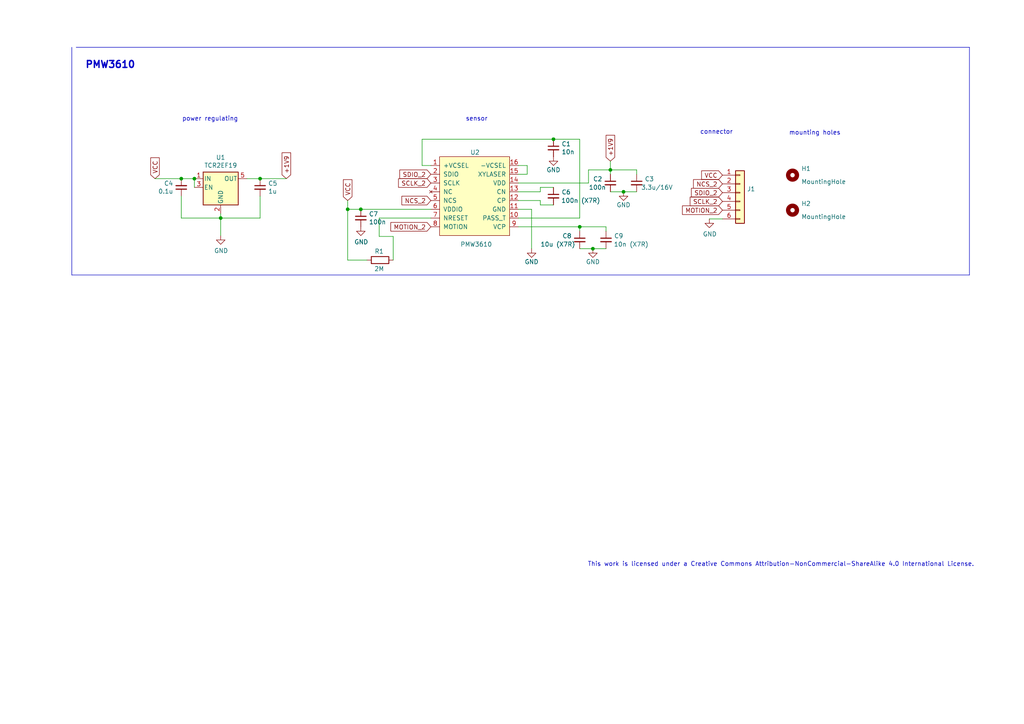
<source format=kicad_sch>
(kicad_sch (version 20230121) (generator eeschema)
  (paper "A4")
  (title_block (company "bastard keyboards") (comment 4 "Copyright Quentin Lebastard"))
  (lib_symbols
    (symbol "Connector_Generic:Conn_01x06" (pin_names (offset 1.016) hide)
      (property "Reference" "J" (at 0 7.62 0))
      (property "Value" "Conn_01x06" (at 0 -10.16 0))
      (symbol "Conn_01x06_1_1"
        (rectangle (start -1.27 -7.493) (end 0 -7.747) (stroke (width 0.1524)))
        (rectangle (start -1.27 -4.953) (end 0 -5.207) (stroke (width 0.1524)))
        (rectangle (start -1.27 -2.413) (end 0 -2.667) (stroke (width 0.1524)))
        (rectangle (start -1.27 0.127) (end 0 -0.127) (stroke (width 0.1524)))
        (rectangle (start -1.27 2.667) (end 0 2.413) (stroke (width 0.1524)))
        (rectangle (start -1.27 5.207) (end 0 4.953) (stroke (width 0.1524)))
        (rectangle (start -1.27 6.35) (end 1.27 -8.89) (stroke (width 0.254)) (fill (type background)))
        (pin passive line (at -5.08 5.08 0) (length 3.81) (name "Pin_1") (number "1"))
        (pin passive line (at -5.08 2.54 0) (length 3.81) (name "Pin_2") (number "2"))
        (pin passive line (at -5.08 0 0) (length 3.81) (name "Pin_3") (number "3"))
        (pin passive line (at -5.08 -2.54 0) (length 3.81) (name "Pin_4") (number "4"))
        (pin passive line (at -5.08 -5.08 0) (length 3.81) (name "Pin_5") (number "5"))
        (pin passive line (at -5.08 -7.62 0) (length 3.81) (name "Pin_6") (number "6"))
      )
    )
    (symbol "Device:C_Small" (pin_numbers hide) (pin_names (offset 0.254) hide)
      (property "Reference" "C" (at 0.254 1.778 0))
      (property "Value" "C_Small" (at 0.254 -2.032 0))
      (symbol "C_Small_0_1"
        (polyline (pts (xy -1.524 -0.508) (xy 1.524 -0.508)) (stroke (width 0.3302)))
        (polyline (pts (xy -1.524 0.508) (xy 1.524 0.508)) (stroke (width 0.3048)))
      )
      (symbol "C_Small_1_1"
        (pin passive line (at 0 2.54 270) (length 2.032) (name "~") (number "1"))
        (pin passive line (at 0 -2.54 90) (length 2.032) (name "~") (number "2"))
      )
    )
    (symbol "Device:R" (pin_numbers hide) (pin_names (offset 0))
      (property "Reference" "R" (at 2.032 0 90))
      (property "Value" "R" (at 0 0 90))
      (symbol "R_0_1"
        (rectangle (start -1.016 -2.54) (end 1.016 2.54) (stroke (width 0.254)))
      )
      (symbol "R_1_1"
        (pin passive line (at 0 3.81 270) (length 1.27) (name "~") (number "1"))
        (pin passive line (at 0 -3.81 90) (length 1.27) (name "~") (number "2"))
      )
    )
    (symbol "Mechanical:MountingHole" (pin_names (offset 1.016))
      (property "Reference" "H" (at 0 5.08 0))
      (property "Value" "MountingHole" (at 0 3.175 0))
      (symbol "MountingHole_0_1"
        (circle (center 0 0) (radius 1.27) (stroke (width 1.27)))
      )
    )
    (symbol "Regulator_Linear:TLV70218_SOT23-5" (pin_names (offset 0.254))
      (property "Reference" "U" (at -3.81 5.715 0))
      (property "Value" "TLV70218_SOT23-5" (at 0 5.715 0))
      (symbol "TLV70218_SOT23-5_0_1"
        (rectangle (start -5.08 4.445) (end 5.08 -5.08) (stroke (width 0.254)) (fill (type background)))
      )
      (symbol "TLV70218_SOT23-5_1_1"
        (pin power_in line (at -7.62 2.54 0) (length 2.54) (name "IN") (number "1"))
        (pin power_in line (at 0 -7.62 90) (length 2.54) (name "GND") (number "2"))
        (pin input line (at -7.62 0 0) (length 2.54) (name "EN") (number "3"))
        (pin no_connect line (at 5.08 0 180) (length 2.54) hide (name "NC") (number "4"))
        (pin power_out line (at 7.62 2.54 180) (length 2.54) (name "OUT") (number "5"))
      )
    )
    (symbol "mysymbol:PMW3610" (pin_names (offset 1.016))
      (property "Reference" "U?" (at -1.27 17.78 0))
      (property "Value" "PMW3610" (at 10.16 -12.7 0))
      (symbol "PMW3610_0_0"
        (pin input line (at -12.7 10.16 0) (length 2.54) (name "+VCSEL") (number "1"))
        (pin unspecified line (at 12.7 -5.08 180) (length 2.54) (name "PASS_T") (number "10"))
        (pin input line (at 12.7 -2.54 180) (length 2.54) (name "GND") (number "11"))
        (pin unspecified line (at 12.7 0 180) (length 2.54) (name "CP") (number "12"))
        (pin unspecified line (at 12.7 2.54 180) (length 2.54) (name "CN") (number "13"))
        (pin power_in line (at 12.7 5.08 180) (length 2.54) (name "VDD") (number "14"))
        (pin input line (at 12.7 7.62 180) (length 2.54) (name "XYLASER") (number "15"))
        (pin unspecified line (at 12.7 10.16 180) (length 2.54) (name "-VCSEL") (number "16"))
        (pin bidirectional line (at -12.7 7.62 0) (length 2.54) (name "SDIO") (number "2"))
        (pin input line (at -12.7 5.08 0) (length 2.54) (name "SCLK") (number "3"))
        (pin no_connect line (at -12.7 2.54 0) (length 2.54) (name "NC") (number "4"))
        (pin input line (at -12.7 0 0) (length 2.54) (name "NCS") (number "5"))
        (pin input line (at -12.7 -2.54 0) (length 2.54) (name "VDDIO") (number "6"))
        (pin input line (at -12.7 -5.08 0) (length 2.54) (name "NRESET") (number "7"))
        (pin output line (at -12.7 -7.62 0) (length 2.54) (name "MOTION") (number "8"))
        (pin unspecified line (at 12.7 -7.62 180) (length 2.54) (name "VCP") (number "9"))
      )
      (symbol "PMW3610_0_1"
        (rectangle (start -10.16 12.7) (end 10.16 -10.16) (fill (type background)))
      )
    )
    (symbol "power:GND" (power) (pin_names (offset 0))
      (property "Value" "GND" (at 0 -3.81 0))
      (symbol "GND_0_1"
        (polyline (pts (xy 0 0) (xy 0 -1.27) (xy 1.27 -1.27) (xy 0 -2.54) (xy -1.27 -1.27) (xy 0 -1.27)))
      )
      (symbol "GND_1_1"
        (pin power_in line (at 0 0 270) (length 0) hide (name "GND") (number "1"))
      )
    )
  )
  (junction (at 64.008 63.246))
  (junction (at 100.838 60.706))
  (junction (at 168.148 65.786))
  (junction (at 52.578 51.816))
  (junction (at 171.958 72.136))
  (junction (at 177.038 49.276))
  (junction (at 56.388 51.816))
  (junction (at 180.848 55.626))
  (junction (at 104.648 60.706))
  (junction (at 160.528 40.386))
  (junction (at 75.438 51.816))
  (wire (pts (xy 156.718 58.166) (xy 156.718 59.436)))
  (wire (pts (xy 150.368 63.246) (xy 168.148 63.246)))
  (wire (pts (xy 150.368 65.786) (xy 168.148 65.786)))
  (wire (pts (xy 177.038 55.626) (xy 180.848 55.626)))
  (wire (pts (xy 209.55 63.5) (xy 205.74 63.5)))
  (wire (pts (xy 177.038 46.736) (xy 177.038 49.276)))
  (wire (pts (xy 168.148 65.786) (xy 168.148 67.056)))
  (wire (pts (xy 106.426 75.438) (xy 100.838 75.438)))
  (wire (pts (xy 168.148 65.786) (xy 175.768 65.786)))
  (wire (pts (xy 150.368 53.086) (xy 170.688 53.086)))
  (polyline (pts (xy 20.828 13.716) (xy 20.828 79.756)))
  (wire (pts (xy 168.148 72.136) (xy 171.958 72.136)))
  (wire (pts (xy 180.848 55.626) (xy 184.658 55.626)))
  (wire (pts (xy 170.688 53.086) (xy 170.688 49.276)))
  (wire (pts (xy 100.838 60.706) (xy 100.838 75.438)))
  (wire (pts (xy 75.438 63.246) (xy 64.008 63.246)))
  (wire (pts (xy 122.428 48.006) (xy 124.968 48.006)))
  (wire (pts (xy 52.578 51.816) (xy 56.388 51.816)))
  (wire (pts (xy 175.768 65.786) (xy 175.768 67.056)))
  (wire (pts (xy 171.958 72.136) (xy 175.768 72.136)))
  (wire (pts (xy 64.008 61.976) (xy 64.008 63.246)))
  (wire (pts (xy 109.982 63.246) (xy 124.968 63.246)))
  (wire (pts (xy 52.578 56.896) (xy 52.578 63.246)))
  (polyline (pts (xy 22.098 13.716) (xy 281.178 13.716)))
  (wire (pts (xy 150.368 48.006) (xy 152.908 48.006)))
  (wire (pts (xy 56.388 54.356) (xy 56.388 51.816)))
  (wire (pts (xy 160.528 40.386) (xy 122.428 40.386)))
  (wire (pts (xy 114.046 68.58) (xy 109.982 68.58)))
  (wire (pts (xy 156.718 59.436) (xy 160.528 59.436)))
  (wire (pts (xy 52.578 63.246) (xy 64.008 63.246)))
  (wire (pts (xy 100.838 58.166) (xy 100.838 60.706)))
  (wire (pts (xy 71.628 51.816) (xy 75.438 51.816)))
  (wire (pts (xy 156.718 55.626) (xy 156.718 54.356)))
  (wire (pts (xy 150.368 50.546) (xy 152.908 50.546)))
  (polyline (pts (xy 281.178 13.716) (xy 281.178 79.756)))
  (wire (pts (xy 150.368 60.706) (xy 154.178 60.706)))
  (wire (pts (xy 177.038 49.276) (xy 184.658 49.276)))
  (wire (pts (xy 64.008 63.246) (xy 64.008 68.326)))
  (wire (pts (xy 168.148 40.386) (xy 160.528 40.386)))
  (wire (pts (xy 104.648 60.706) (xy 124.968 60.706)))
  (wire (pts (xy 156.718 54.356) (xy 160.528 54.356)))
  (wire (pts (xy 177.038 49.276) (xy 177.038 50.546)))
  (wire (pts (xy 109.982 68.58) (xy 109.982 63.246)))
  (polyline (pts (xy 281.178 79.756) (xy 20.828 79.756)))
  (wire (pts (xy 122.428 40.386) (xy 122.428 48.006)))
  (wire (pts (xy 150.368 58.166) (xy 156.718 58.166)))
  (wire (pts (xy 170.688 49.276) (xy 177.038 49.276)))
  (wire (pts (xy 152.908 48.006) (xy 152.908 50.546)))
  (wire (pts (xy 154.178 60.706) (xy 154.178 72.136)))
  (wire (pts (xy 75.438 56.896) (xy 75.438 63.246)))
  (wire (pts (xy 150.368 55.626) (xy 156.718 55.626)))
  (wire (pts (xy 100.838 60.706) (xy 104.648 60.706)))
  (wire (pts (xy 83.058 51.816) (xy 75.438 51.816)))
  (wire (pts (xy 44.958 51.816) (xy 52.578 51.816)))
  (wire (pts (xy 168.148 63.246) (xy 168.148 40.386)))
  (wire (pts (xy 114.046 68.58) (xy 114.046 75.438)))
  (wire (pts (xy 184.658 49.276) (xy 184.658 50.546)))
  (text "This work is licensed under a Creative Commons Attribution-NonCommercial-ShareAlike 4.0 International License." (at 282.575 164.465 0) (effects (font (size 1.27 1.27)) (justify right bottom)))
  (text "sensor" (at 141.478 35.306 0) (effects (font (size 1.27 1.27)) (justify right bottom)))
  (text "PMW3610" (at 24.638 20.066 0) (effects (font (size 2 2) (thickness 0.4) bold) (justify left bottom)))
  (text "power regulating" (at 69.088 35.306 0) (effects (font (size 1.27 1.27)) (justify right bottom)))
  (text "mounting holes" (at 243.84 39.37 0) (effects (font (size 1.27 1.27)) (justify right bottom)))
  (text "connector" (at 212.598 39.116 0) (effects (font (size 1.27 1.27)) (justify right bottom)))
  (global_label "SCLK_2" (shape input) (at 124.968 53.086 180) (property "Intersheetrefs" "${INTERSHEET_REFS}" (effects hide)))
  (global_label "VCC" (shape input) (at 209.55 50.8 180) (property "Intersheetrefs" "${INTERSHEET_REFS}" (effects hide)))
  (global_label "+1V9" (shape input) (at 83.058 51.816 90) (property "Intersheetrefs" "${INTERSHEET_REFS}" (effects hide)))
  (global_label "SDIO_2" (shape input) (at 209.55 55.88 180) (property "Intersheetrefs" "${INTERSHEET_REFS}" (effects hide)))
  (global_label "SDIO_2" (shape input) (at 124.968 50.546 180) (property "Intersheetrefs" "${INTERSHEET_REFS}" (effects hide)))
  (global_label "MOTION_2" (shape input) (at 209.55 60.96 180) (property "Intersheetrefs" "${INTERSHEET_REFS}" (effects hide)))
  (global_label "VCC" (shape input) (at 100.838 58.166 90) (property "Intersheetrefs" "${INTERSHEET_REFS}" (effects hide)))
  (global_label "MOTION_2" (shape input) (at 124.968 65.786 180) (property "Intersheetrefs" "${INTERSHEET_REFS}" (effects hide)))
  (global_label "VCC" (shape input) (at 44.958 51.816 90) (property "Intersheetrefs" "${INTERSHEET_REFS}" (effects hide)))
  (global_label "SCLK_2" (shape input) (at 209.55 58.42 180) (property "Intersheetrefs" "${INTERSHEET_REFS}" (effects hide)))
  (global_label "NCS_2" (shape input) (at 124.968 58.166 180) (property "Intersheetrefs" "${INTERSHEET_REFS}" (effects hide)))
  (global_label "NCS_2" (shape input) (at 209.55 53.34 180) (property "Intersheetrefs" "${INTERSHEET_REFS}" (effects hide)))
  (global_label "+1V9" (shape input) (at 177.038 46.736 90) (property "Intersheetrefs" "${INTERSHEET_REFS}" (effects hide)))
  (symbol (lib_id "Device:C_Small") (at 104.648 63.246 0) (unit 1)
    (property "Reference" "C7" (at 106.9848 62.0776 0) (effects (justify left)))
    (property "Value" "100n" (at 106.9848 64.389 0) (effects (justify left)))
    (property "Footprint" "Capacitor_SMD:C_0603_1608Metric" (effects hide))
    (property "LCSC" "C19666" (effects hide))
  )
  (symbol (lib_id "Mechanical:MountingHole") (at 229.87 60.96 0) (unit 1)
    (property "Reference" "H2" (at 232.41 59.055 0) (effects (justify left)))
    (property "Value" "MountingHole" (at 232.41 62.865 0) (effects (justify left)))
    (property "Footprint" "MountingHole:MountingHole_3.2mm_M3_ISO7380_Pad" (effects hide))
  )
  (symbol (lib_id "power:GND") (at 104.648 65.786 0) (unit 1)
    (property "Reference" "#PWR0103" (effects hide))
    (property "Value" "GND" (at 104.775 70.1802 0))
  )
  (symbol (lib_id "power:GND") (at 205.74 63.5 0) (unit 1)
    (property "Reference" "#PWR01" (effects hide))
    (property "Value" "GND" (at 205.867 67.8942 0))
  )
  (symbol (lib_id "power:GND") (at 180.848 55.626 0) (unit 1)
    (property "Reference" "#PWR0101" (effects hide))
    (property "Value" "GND" (at 180.848 59.436 0))
  )
  (symbol (lib_id "Device:C_Small") (at 75.438 54.356 0) (unit 1)
    (property "Reference" "C5" (at 77.7748 53.1876 0) (effects (justify left)))
    (property "Value" "1u" (at 77.7748 55.499 0) (effects (justify left)))
    (property "Footprint" "Capacitor_SMD:C_0603_1608Metric" (effects hide))
    (property "LCSC" "C15849" (effects hide))
  )
  (symbol (lib_id "Device:C_Small") (at 160.528 56.896 0) (unit 1)
    (property "Reference" "C6" (at 162.8648 55.7276 0) (effects (justify left)))
    (property "Value" " 100n (X7R)" (at 161.798 58.166 0) (effects (justify left)))
    (property "Footprint" "Capacitor_SMD:C_0603_1608Metric" (effects hide))
    (property "LCSC" "C19666" (effects hide))
  )
  (symbol (lib_id "mysymbol:PMW3610") (at 137.668 58.166 0) (unit 1)
    (property "Reference" "U2" (at 136.398 44.196 0) (effects (justify left)))
    (property "Value" "PMW3610" (at 142.748 70.866 0) (effects (justify right)))
    (property "Footprint" "mylib:PMW3610" (effects hide))
  )
  (symbol (lib_id "Device:C_Small") (at 52.578 54.356 0) (mirror x) (unit 1)
    (property "Reference" "C4" (at 50.2666 53.1876 0) (effects (justify right)))
    (property "Value" "0.1u" (at 50.2666 55.499 0) (effects (justify right)))
    (property "Footprint" "Capacitor_SMD:C_0603_1608Metric" (effects hide))
    (property "LCSC" "C14663" (effects hide))
  )
  (symbol (lib_id "power:GND") (at 160.528 45.466 0) (unit 1)
    (property "Reference" "#PWR0105" (effects hide))
    (property "Value" "GND" (at 160.528 49.276 0))
  )
  (symbol (lib_id "power:GND") (at 171.958 72.136 0) (unit 1)
    (property "Reference" "#PWR0102" (effects hide))
    (property "Value" "GND" (at 171.958 75.946 0))
  )
  (symbol (lib_id "power:GND") (at 154.178 72.136 0) (unit 1)
    (property "Reference" "#PWR0109" (effects hide))
    (property "Value" "GND" (at 154.178 75.946 0))
  )
  (symbol (lib_id "Device:R") (at 110.236 75.438 270) (unit 1)
    (property "Reference" "R1" (at 109.982 72.898 90))
    (property "Value" "2M" (at 109.982 77.978 90))
    (property "Footprint" "Resistor_SMD:R_0603_1608Metric" (effects hide))
  )
  (symbol (lib_id "Device:C_Small") (at 177.038 53.086 0) (mirror y) (unit 1)
    (property "Reference" "C2" (at 174.7012 51.9176 0) (effects (justify left)))
    (property "Value" "100n" (at 175.768 54.356 0) (effects (justify left)))
    (property "Footprint" "Capacitor_SMD:C_0603_1608Metric" (effects hide))
    (property "LCSC" "C19666" (effects hide))
  )
  (symbol (lib_id "Device:C_Small") (at 160.528 42.926 0) (unit 1)
    (property "Reference" "C1" (at 162.8648 41.7576 0) (effects (justify left)))
    (property "Value" "10n" (at 162.8648 44.069 0) (effects (justify left)))
    (property "Footprint" "Capacitor_SMD:C_0603_1608Metric" (effects hide))
    (property "LCSC" "C19666" (effects hide))
  )
  (symbol (lib_id "Connector_Generic:Conn_01x06") (at 214.63 55.88 0) (unit 1)
    (property "Reference" "J1" (at 216.662 54.8132 0) (effects (justify left)))
    (property "Value" "Conn_01x06" (effects hide))
    (property "Footprint" "Connector_PinHeader_2.54mm:PinHeader_1x06_P2.54mm_Vertical" (effects hide))
  )
  (symbol (lib_id "Regulator_Linear:TLV70218_SOT23-5") (at 64.008 54.356 0) (unit 1)
    (property "Reference" "U1" (at 64.008 45.6692 0))
    (property "Value" "TCR2EF19" (at 64.008 47.9806 0))
    (property "Footprint" "Package_TO_SOT_SMD:SOT-23-5" (effects hide))
    (property "LCSC" "C146366" (effects hide))
  )
  (symbol (lib_id "power:GND") (at 64.008 68.326 0) (unit 1)
    (property "Reference" "#PWR0104" (effects hide))
    (property "Value" "GND" (at 64.135 72.7202 0))
  )
  (symbol (lib_id "Device:C_Small") (at 184.658 53.086 0) (unit 1)
    (property "Reference" "C3" (at 186.9948 51.9176 0) (effects (justify left)))
    (property "Value" "3.3u/16V" (at 185.928 54.356 0) (effects (justify left)))
    (property "Footprint" "Capacitor_SMD:C_0603_1608Metric" (effects hide))
    (property "LCSC" "C19666" (effects hide))
  )
  (symbol (lib_id "Mechanical:MountingHole") (at 229.87 50.8 0) (unit 1)
    (property "Reference" "H1" (at 232.41 48.895 0) (effects (justify left)))
    (property "Value" "MountingHole" (at 232.41 52.705 0) (effects (justify left)))
    (property "Footprint" "MountingHole:MountingHole_3.2mm_M3_ISO7380_Pad" (effects hide))
  )
  (symbol (lib_id "Device:C_Small") (at 168.148 69.596 0) (mirror y) (unit 1)
    (property "Reference" "C8" (at 165.8112 68.4276 0) (effects (justify left)))
    (property "Value" " 10u (X7R)" (at 166.878 70.866 0) (effects (justify left)))
    (property "Footprint" "Capacitor_SMD:C_0603_1608Metric" (effects hide))
    (property "LCSC" "C19666" (effects hide))
  )
  (symbol (lib_id "Device:C_Small") (at 175.768 69.596 0) (unit 1)
    (property "Reference" "C9" (at 178.1048 68.4276 0) (effects (justify left)))
    (property "Value" " 10n (X7R)" (at 177.038 70.866 0) (effects (justify left)))
    (property "Footprint" "Capacitor_SMD:C_0603_1608Metric" (effects hide))
    (property "LCSC" "C19666" (effects hide))
  )
)
</source>
